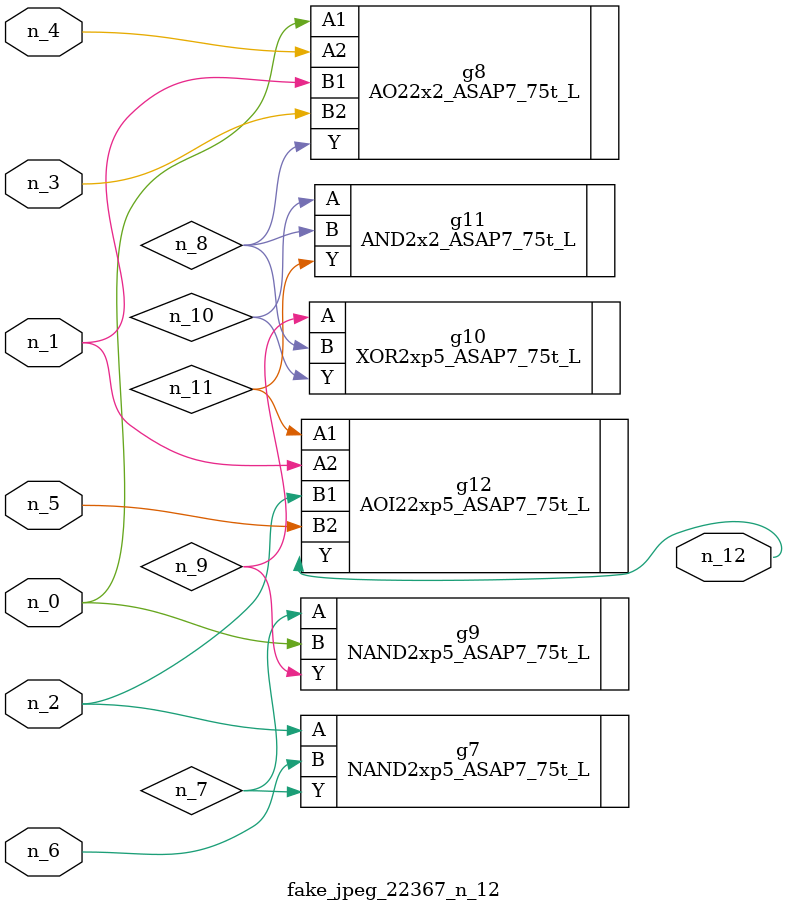
<source format=v>
module fake_jpeg_22367_n_12 (n_3, n_2, n_1, n_0, n_4, n_6, n_5, n_12);

input n_3;
input n_2;
input n_1;
input n_0;
input n_4;
input n_6;
input n_5;

output n_12;

wire n_11;
wire n_10;
wire n_8;
wire n_9;
wire n_7;

NAND2xp5_ASAP7_75t_L g7 ( 
.A(n_2),
.B(n_6),
.Y(n_7)
);

AO22x2_ASAP7_75t_L g8 ( 
.A1(n_0),
.A2(n_4),
.B1(n_1),
.B2(n_3),
.Y(n_8)
);

NAND2xp5_ASAP7_75t_L g9 ( 
.A(n_7),
.B(n_0),
.Y(n_9)
);

XOR2xp5_ASAP7_75t_L g10 ( 
.A(n_9),
.B(n_8),
.Y(n_10)
);

AND2x2_ASAP7_75t_L g11 ( 
.A(n_10),
.B(n_8),
.Y(n_11)
);

AOI22xp5_ASAP7_75t_L g12 ( 
.A1(n_11),
.A2(n_1),
.B1(n_2),
.B2(n_5),
.Y(n_12)
);


endmodule
</source>
